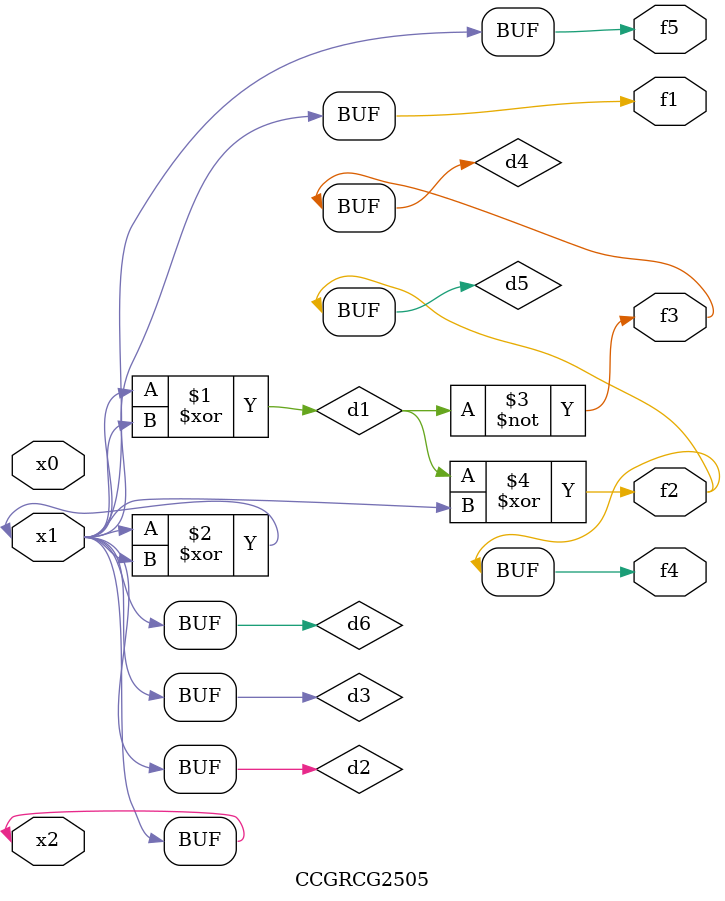
<source format=v>
module CCGRCG2505(
	input x0, x1, x2,
	output f1, f2, f3, f4, f5
);

	wire d1, d2, d3, d4, d5, d6;

	xor (d1, x1, x2);
	buf (d2, x1, x2);
	xor (d3, x1, x2);
	nor (d4, d1);
	xor (d5, d1, d2);
	buf (d6, d2, d3);
	assign f1 = d6;
	assign f2 = d5;
	assign f3 = d4;
	assign f4 = d5;
	assign f5 = d6;
endmodule

</source>
